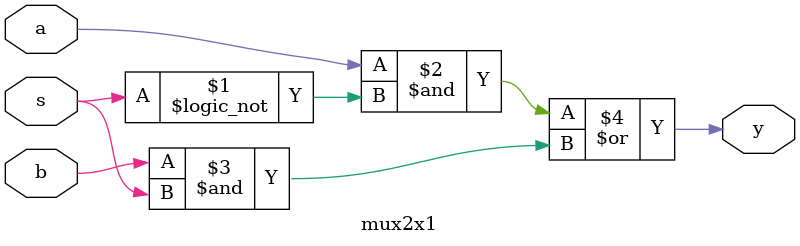
<source format=v>
module mux2x1 (a,b,s,y);
input a,b,s;
output y;
assign y= (a&(!s))|(b&s);
endmodule
</source>
